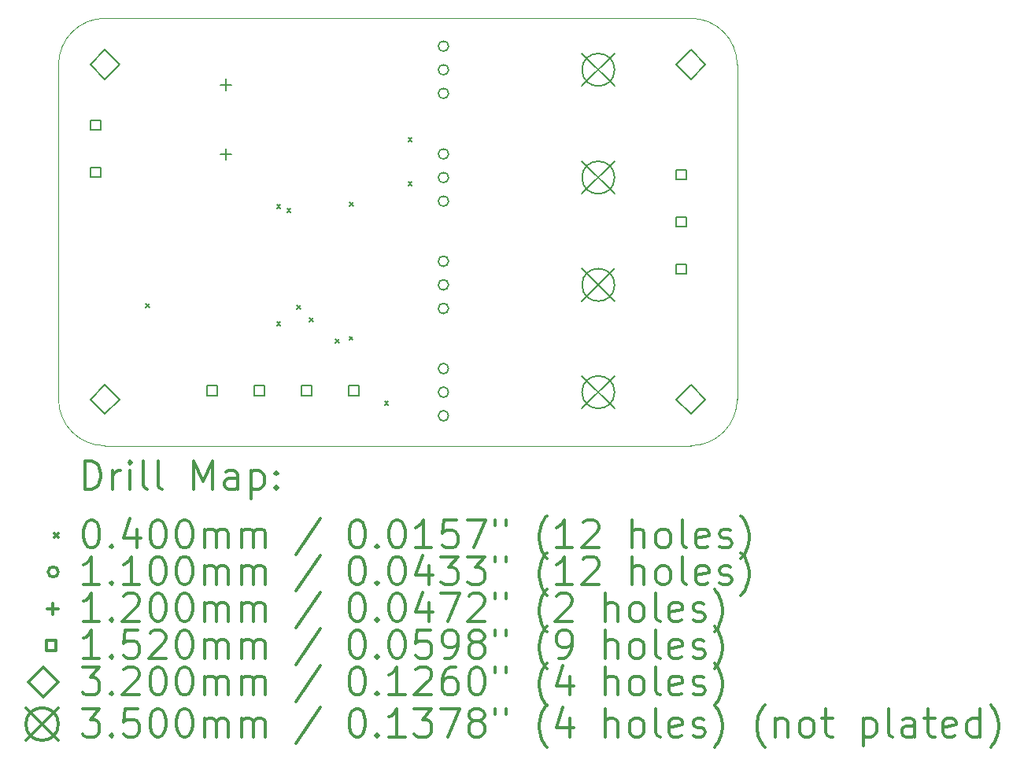
<source format=gbr>
%FSLAX45Y45*%
G04 Gerber Fmt 4.5, Leading zero omitted, Abs format (unit mm)*
G04 Created by KiCad (PCBNEW 5.1.10) date 2021-08-15 22:17:44*
%MOMM*%
%LPD*%
G01*
G04 APERTURE LIST*
%TA.AperFunction,Profile*%
%ADD10C,0.050000*%
%TD*%
%ADD11C,0.200000*%
%ADD12C,0.300000*%
G04 APERTURE END LIST*
D10*
X11482800Y-3461000D02*
X11482800Y-3411000D01*
X11482800Y-7011000D02*
X11482800Y-3461000D01*
X11982800Y-7511000D02*
X18282800Y-7511000D01*
X18282800Y-2911000D02*
X11982800Y-2911000D01*
X18782800Y-3411000D02*
X18782800Y-7011000D01*
X11982800Y-7511000D02*
G75*
G02*
X11482800Y-7011000I0J500000D01*
G01*
X11482800Y-3411000D02*
G75*
G02*
X11982800Y-2911000I500000J0D01*
G01*
X18282800Y-2911000D02*
G75*
G02*
X18782800Y-3411000I0J-500000D01*
G01*
X18782800Y-7011000D02*
G75*
G02*
X18282800Y-7511000I-500000J0D01*
G01*
D11*
X12420000Y-5985000D02*
X12460000Y-6025000D01*
X12460000Y-5985000D02*
X12420000Y-6025000D01*
X13831225Y-4918725D02*
X13871225Y-4958725D01*
X13871225Y-4918725D02*
X13831225Y-4958725D01*
X13831225Y-6180775D02*
X13871225Y-6220775D01*
X13871225Y-6180775D02*
X13831225Y-6220775D01*
X13940000Y-4961000D02*
X13980000Y-5001000D01*
X13980000Y-4961000D02*
X13940000Y-5001000D01*
X14047500Y-5997500D02*
X14087500Y-6037500D01*
X14087500Y-5997500D02*
X14047500Y-6037500D01*
X14178740Y-6133740D02*
X14218740Y-6173740D01*
X14218740Y-6133740D02*
X14178740Y-6173740D01*
X14462396Y-6362396D02*
X14502396Y-6402396D01*
X14502396Y-6362396D02*
X14462396Y-6402396D01*
X14609665Y-6335335D02*
X14649665Y-6375335D01*
X14649665Y-6335335D02*
X14609665Y-6375335D01*
X14612500Y-4888500D02*
X14652500Y-4928500D01*
X14652500Y-4888500D02*
X14612500Y-4928500D01*
X14990000Y-7035000D02*
X15030000Y-7075000D01*
X15030000Y-7035000D02*
X14990000Y-7075000D01*
X15245000Y-4195000D02*
X15285000Y-4235000D01*
X15285000Y-4195000D02*
X15245000Y-4235000D01*
X15245000Y-4668500D02*
X15285000Y-4708500D01*
X15285000Y-4668500D02*
X15245000Y-4708500D01*
X15677800Y-3211000D02*
G75*
G03*
X15677800Y-3211000I-55000J0D01*
G01*
X15677800Y-3465000D02*
G75*
G03*
X15677800Y-3465000I-55000J0D01*
G01*
X15677800Y-3719000D02*
G75*
G03*
X15677800Y-3719000I-55000J0D01*
G01*
X15677800Y-4371000D02*
G75*
G03*
X15677800Y-4371000I-55000J0D01*
G01*
X15677800Y-4625000D02*
G75*
G03*
X15677800Y-4625000I-55000J0D01*
G01*
X15677800Y-4879000D02*
G75*
G03*
X15677800Y-4879000I-55000J0D01*
G01*
X15677800Y-5526000D02*
G75*
G03*
X15677800Y-5526000I-55000J0D01*
G01*
X15677800Y-5780000D02*
G75*
G03*
X15677800Y-5780000I-55000J0D01*
G01*
X15677800Y-6034000D02*
G75*
G03*
X15677800Y-6034000I-55000J0D01*
G01*
X15677800Y-6681000D02*
G75*
G03*
X15677800Y-6681000I-55000J0D01*
G01*
X15677800Y-6935000D02*
G75*
G03*
X15677800Y-6935000I-55000J0D01*
G01*
X15677800Y-7189000D02*
G75*
G03*
X15677800Y-7189000I-55000J0D01*
G01*
X13282800Y-3565000D02*
X13282800Y-3685000D01*
X13222800Y-3625000D02*
X13342800Y-3625000D01*
X13282800Y-4315000D02*
X13282800Y-4435000D01*
X13222800Y-4375000D02*
X13342800Y-4375000D01*
X11936541Y-4114741D02*
X11936541Y-4007259D01*
X11829059Y-4007259D01*
X11829059Y-4114741D01*
X11936541Y-4114741D01*
X11936541Y-4622741D02*
X11936541Y-4515259D01*
X11829059Y-4515259D01*
X11829059Y-4622741D01*
X11936541Y-4622741D01*
X13185741Y-6973741D02*
X13185741Y-6866259D01*
X13078259Y-6866259D01*
X13078259Y-6973741D01*
X13185741Y-6973741D01*
X13693741Y-6973741D02*
X13693741Y-6866259D01*
X13586259Y-6866259D01*
X13586259Y-6973741D01*
X13693741Y-6973741D01*
X14201741Y-6973741D02*
X14201741Y-6866259D01*
X14094259Y-6866259D01*
X14094259Y-6973741D01*
X14201741Y-6973741D01*
X14709741Y-6973741D02*
X14709741Y-6866259D01*
X14602259Y-6866259D01*
X14602259Y-6973741D01*
X14709741Y-6973741D01*
X18236541Y-4648741D02*
X18236541Y-4541259D01*
X18129059Y-4541259D01*
X18129059Y-4648741D01*
X18236541Y-4648741D01*
X18236541Y-5156741D02*
X18236541Y-5049259D01*
X18129059Y-5049259D01*
X18129059Y-5156741D01*
X18236541Y-5156741D01*
X18236541Y-5664741D02*
X18236541Y-5557259D01*
X18129059Y-5557259D01*
X18129059Y-5664741D01*
X18236541Y-5664741D01*
X11982800Y-3571000D02*
X12142800Y-3411000D01*
X11982800Y-3251000D01*
X11822800Y-3411000D01*
X11982800Y-3571000D01*
X11982800Y-7171000D02*
X12142800Y-7011000D01*
X11982800Y-6851000D01*
X11822800Y-7011000D01*
X11982800Y-7171000D01*
X18282800Y-3571000D02*
X18442800Y-3411000D01*
X18282800Y-3251000D01*
X18122800Y-3411000D01*
X18282800Y-3571000D01*
X18282800Y-7171000D02*
X18442800Y-7011000D01*
X18282800Y-6851000D01*
X18122800Y-7011000D01*
X18282800Y-7171000D01*
X17113800Y-3290000D02*
X17463800Y-3640000D01*
X17463800Y-3290000D02*
X17113800Y-3640000D01*
X17463800Y-3465000D02*
G75*
G03*
X17463800Y-3465000I-175000J0D01*
G01*
X17113800Y-4450000D02*
X17463800Y-4800000D01*
X17463800Y-4450000D02*
X17113800Y-4800000D01*
X17463800Y-4625000D02*
G75*
G03*
X17463800Y-4625000I-175000J0D01*
G01*
X17113800Y-5605000D02*
X17463800Y-5955000D01*
X17463800Y-5605000D02*
X17113800Y-5955000D01*
X17463800Y-5780000D02*
G75*
G03*
X17463800Y-5780000I-175000J0D01*
G01*
X17113800Y-6760000D02*
X17463800Y-7110000D01*
X17463800Y-6760000D02*
X17113800Y-7110000D01*
X17463800Y-6935000D02*
G75*
G03*
X17463800Y-6935000I-175000J0D01*
G01*
D12*
X11766728Y-7979214D02*
X11766728Y-7679214D01*
X11838157Y-7679214D01*
X11881014Y-7693500D01*
X11909586Y-7722071D01*
X11923871Y-7750643D01*
X11938157Y-7807786D01*
X11938157Y-7850643D01*
X11923871Y-7907786D01*
X11909586Y-7936357D01*
X11881014Y-7964929D01*
X11838157Y-7979214D01*
X11766728Y-7979214D01*
X12066728Y-7979214D02*
X12066728Y-7779214D01*
X12066728Y-7836357D02*
X12081014Y-7807786D01*
X12095300Y-7793500D01*
X12123871Y-7779214D01*
X12152443Y-7779214D01*
X12252443Y-7979214D02*
X12252443Y-7779214D01*
X12252443Y-7679214D02*
X12238157Y-7693500D01*
X12252443Y-7707786D01*
X12266728Y-7693500D01*
X12252443Y-7679214D01*
X12252443Y-7707786D01*
X12438157Y-7979214D02*
X12409586Y-7964929D01*
X12395300Y-7936357D01*
X12395300Y-7679214D01*
X12595300Y-7979214D02*
X12566728Y-7964929D01*
X12552443Y-7936357D01*
X12552443Y-7679214D01*
X12938157Y-7979214D02*
X12938157Y-7679214D01*
X13038157Y-7893500D01*
X13138157Y-7679214D01*
X13138157Y-7979214D01*
X13409586Y-7979214D02*
X13409586Y-7822071D01*
X13395300Y-7793500D01*
X13366728Y-7779214D01*
X13309586Y-7779214D01*
X13281014Y-7793500D01*
X13409586Y-7964929D02*
X13381014Y-7979214D01*
X13309586Y-7979214D01*
X13281014Y-7964929D01*
X13266728Y-7936357D01*
X13266728Y-7907786D01*
X13281014Y-7879214D01*
X13309586Y-7864929D01*
X13381014Y-7864929D01*
X13409586Y-7850643D01*
X13552443Y-7779214D02*
X13552443Y-8079214D01*
X13552443Y-7793500D02*
X13581014Y-7779214D01*
X13638157Y-7779214D01*
X13666728Y-7793500D01*
X13681014Y-7807786D01*
X13695300Y-7836357D01*
X13695300Y-7922071D01*
X13681014Y-7950643D01*
X13666728Y-7964929D01*
X13638157Y-7979214D01*
X13581014Y-7979214D01*
X13552443Y-7964929D01*
X13823871Y-7950643D02*
X13838157Y-7964929D01*
X13823871Y-7979214D01*
X13809586Y-7964929D01*
X13823871Y-7950643D01*
X13823871Y-7979214D01*
X13823871Y-7793500D02*
X13838157Y-7807786D01*
X13823871Y-7822071D01*
X13809586Y-7807786D01*
X13823871Y-7793500D01*
X13823871Y-7822071D01*
X11440300Y-8453500D02*
X11480300Y-8493500D01*
X11480300Y-8453500D02*
X11440300Y-8493500D01*
X11823871Y-8309214D02*
X11852443Y-8309214D01*
X11881014Y-8323500D01*
X11895300Y-8337786D01*
X11909586Y-8366357D01*
X11923871Y-8423500D01*
X11923871Y-8494929D01*
X11909586Y-8552072D01*
X11895300Y-8580643D01*
X11881014Y-8594929D01*
X11852443Y-8609214D01*
X11823871Y-8609214D01*
X11795300Y-8594929D01*
X11781014Y-8580643D01*
X11766728Y-8552072D01*
X11752443Y-8494929D01*
X11752443Y-8423500D01*
X11766728Y-8366357D01*
X11781014Y-8337786D01*
X11795300Y-8323500D01*
X11823871Y-8309214D01*
X12052443Y-8580643D02*
X12066728Y-8594929D01*
X12052443Y-8609214D01*
X12038157Y-8594929D01*
X12052443Y-8580643D01*
X12052443Y-8609214D01*
X12323871Y-8409214D02*
X12323871Y-8609214D01*
X12252443Y-8294929D02*
X12181014Y-8509214D01*
X12366728Y-8509214D01*
X12538157Y-8309214D02*
X12566728Y-8309214D01*
X12595300Y-8323500D01*
X12609586Y-8337786D01*
X12623871Y-8366357D01*
X12638157Y-8423500D01*
X12638157Y-8494929D01*
X12623871Y-8552072D01*
X12609586Y-8580643D01*
X12595300Y-8594929D01*
X12566728Y-8609214D01*
X12538157Y-8609214D01*
X12509586Y-8594929D01*
X12495300Y-8580643D01*
X12481014Y-8552072D01*
X12466728Y-8494929D01*
X12466728Y-8423500D01*
X12481014Y-8366357D01*
X12495300Y-8337786D01*
X12509586Y-8323500D01*
X12538157Y-8309214D01*
X12823871Y-8309214D02*
X12852443Y-8309214D01*
X12881014Y-8323500D01*
X12895300Y-8337786D01*
X12909586Y-8366357D01*
X12923871Y-8423500D01*
X12923871Y-8494929D01*
X12909586Y-8552072D01*
X12895300Y-8580643D01*
X12881014Y-8594929D01*
X12852443Y-8609214D01*
X12823871Y-8609214D01*
X12795300Y-8594929D01*
X12781014Y-8580643D01*
X12766728Y-8552072D01*
X12752443Y-8494929D01*
X12752443Y-8423500D01*
X12766728Y-8366357D01*
X12781014Y-8337786D01*
X12795300Y-8323500D01*
X12823871Y-8309214D01*
X13052443Y-8609214D02*
X13052443Y-8409214D01*
X13052443Y-8437786D02*
X13066728Y-8423500D01*
X13095300Y-8409214D01*
X13138157Y-8409214D01*
X13166728Y-8423500D01*
X13181014Y-8452072D01*
X13181014Y-8609214D01*
X13181014Y-8452072D02*
X13195300Y-8423500D01*
X13223871Y-8409214D01*
X13266728Y-8409214D01*
X13295300Y-8423500D01*
X13309586Y-8452072D01*
X13309586Y-8609214D01*
X13452443Y-8609214D02*
X13452443Y-8409214D01*
X13452443Y-8437786D02*
X13466728Y-8423500D01*
X13495300Y-8409214D01*
X13538157Y-8409214D01*
X13566728Y-8423500D01*
X13581014Y-8452072D01*
X13581014Y-8609214D01*
X13581014Y-8452072D02*
X13595300Y-8423500D01*
X13623871Y-8409214D01*
X13666728Y-8409214D01*
X13695300Y-8423500D01*
X13709586Y-8452072D01*
X13709586Y-8609214D01*
X14295300Y-8294929D02*
X14038157Y-8680643D01*
X14681014Y-8309214D02*
X14709586Y-8309214D01*
X14738157Y-8323500D01*
X14752443Y-8337786D01*
X14766728Y-8366357D01*
X14781014Y-8423500D01*
X14781014Y-8494929D01*
X14766728Y-8552072D01*
X14752443Y-8580643D01*
X14738157Y-8594929D01*
X14709586Y-8609214D01*
X14681014Y-8609214D01*
X14652443Y-8594929D01*
X14638157Y-8580643D01*
X14623871Y-8552072D01*
X14609586Y-8494929D01*
X14609586Y-8423500D01*
X14623871Y-8366357D01*
X14638157Y-8337786D01*
X14652443Y-8323500D01*
X14681014Y-8309214D01*
X14909586Y-8580643D02*
X14923871Y-8594929D01*
X14909586Y-8609214D01*
X14895300Y-8594929D01*
X14909586Y-8580643D01*
X14909586Y-8609214D01*
X15109586Y-8309214D02*
X15138157Y-8309214D01*
X15166728Y-8323500D01*
X15181014Y-8337786D01*
X15195300Y-8366357D01*
X15209586Y-8423500D01*
X15209586Y-8494929D01*
X15195300Y-8552072D01*
X15181014Y-8580643D01*
X15166728Y-8594929D01*
X15138157Y-8609214D01*
X15109586Y-8609214D01*
X15081014Y-8594929D01*
X15066728Y-8580643D01*
X15052443Y-8552072D01*
X15038157Y-8494929D01*
X15038157Y-8423500D01*
X15052443Y-8366357D01*
X15066728Y-8337786D01*
X15081014Y-8323500D01*
X15109586Y-8309214D01*
X15495300Y-8609214D02*
X15323871Y-8609214D01*
X15409586Y-8609214D02*
X15409586Y-8309214D01*
X15381014Y-8352071D01*
X15352443Y-8380643D01*
X15323871Y-8394929D01*
X15766728Y-8309214D02*
X15623871Y-8309214D01*
X15609586Y-8452072D01*
X15623871Y-8437786D01*
X15652443Y-8423500D01*
X15723871Y-8423500D01*
X15752443Y-8437786D01*
X15766728Y-8452072D01*
X15781014Y-8480643D01*
X15781014Y-8552072D01*
X15766728Y-8580643D01*
X15752443Y-8594929D01*
X15723871Y-8609214D01*
X15652443Y-8609214D01*
X15623871Y-8594929D01*
X15609586Y-8580643D01*
X15881014Y-8309214D02*
X16081014Y-8309214D01*
X15952443Y-8609214D01*
X16181014Y-8309214D02*
X16181014Y-8366357D01*
X16295300Y-8309214D02*
X16295300Y-8366357D01*
X16738157Y-8723500D02*
X16723871Y-8709214D01*
X16695300Y-8666357D01*
X16681014Y-8637786D01*
X16666728Y-8594929D01*
X16652443Y-8523500D01*
X16652443Y-8466357D01*
X16666728Y-8394929D01*
X16681014Y-8352071D01*
X16695300Y-8323500D01*
X16723871Y-8280643D01*
X16738157Y-8266357D01*
X17009586Y-8609214D02*
X16838157Y-8609214D01*
X16923871Y-8609214D02*
X16923871Y-8309214D01*
X16895300Y-8352071D01*
X16866728Y-8380643D01*
X16838157Y-8394929D01*
X17123871Y-8337786D02*
X17138157Y-8323500D01*
X17166728Y-8309214D01*
X17238157Y-8309214D01*
X17266728Y-8323500D01*
X17281014Y-8337786D01*
X17295300Y-8366357D01*
X17295300Y-8394929D01*
X17281014Y-8437786D01*
X17109586Y-8609214D01*
X17295300Y-8609214D01*
X17652443Y-8609214D02*
X17652443Y-8309214D01*
X17781014Y-8609214D02*
X17781014Y-8452072D01*
X17766728Y-8423500D01*
X17738157Y-8409214D01*
X17695300Y-8409214D01*
X17666728Y-8423500D01*
X17652443Y-8437786D01*
X17966728Y-8609214D02*
X17938157Y-8594929D01*
X17923871Y-8580643D01*
X17909586Y-8552072D01*
X17909586Y-8466357D01*
X17923871Y-8437786D01*
X17938157Y-8423500D01*
X17966728Y-8409214D01*
X18009586Y-8409214D01*
X18038157Y-8423500D01*
X18052443Y-8437786D01*
X18066728Y-8466357D01*
X18066728Y-8552072D01*
X18052443Y-8580643D01*
X18038157Y-8594929D01*
X18009586Y-8609214D01*
X17966728Y-8609214D01*
X18238157Y-8609214D02*
X18209586Y-8594929D01*
X18195300Y-8566357D01*
X18195300Y-8309214D01*
X18466728Y-8594929D02*
X18438157Y-8609214D01*
X18381014Y-8609214D01*
X18352443Y-8594929D01*
X18338157Y-8566357D01*
X18338157Y-8452072D01*
X18352443Y-8423500D01*
X18381014Y-8409214D01*
X18438157Y-8409214D01*
X18466728Y-8423500D01*
X18481014Y-8452072D01*
X18481014Y-8480643D01*
X18338157Y-8509214D01*
X18595300Y-8594929D02*
X18623871Y-8609214D01*
X18681014Y-8609214D01*
X18709586Y-8594929D01*
X18723871Y-8566357D01*
X18723871Y-8552072D01*
X18709586Y-8523500D01*
X18681014Y-8509214D01*
X18638157Y-8509214D01*
X18609586Y-8494929D01*
X18595300Y-8466357D01*
X18595300Y-8452072D01*
X18609586Y-8423500D01*
X18638157Y-8409214D01*
X18681014Y-8409214D01*
X18709586Y-8423500D01*
X18823871Y-8723500D02*
X18838157Y-8709214D01*
X18866728Y-8666357D01*
X18881014Y-8637786D01*
X18895300Y-8594929D01*
X18909586Y-8523500D01*
X18909586Y-8466357D01*
X18895300Y-8394929D01*
X18881014Y-8352071D01*
X18866728Y-8323500D01*
X18838157Y-8280643D01*
X18823871Y-8266357D01*
X11480300Y-8869500D02*
G75*
G03*
X11480300Y-8869500I-55000J0D01*
G01*
X11923871Y-9005214D02*
X11752443Y-9005214D01*
X11838157Y-9005214D02*
X11838157Y-8705214D01*
X11809586Y-8748072D01*
X11781014Y-8776643D01*
X11752443Y-8790929D01*
X12052443Y-8976643D02*
X12066728Y-8990929D01*
X12052443Y-9005214D01*
X12038157Y-8990929D01*
X12052443Y-8976643D01*
X12052443Y-9005214D01*
X12352443Y-9005214D02*
X12181014Y-9005214D01*
X12266728Y-9005214D02*
X12266728Y-8705214D01*
X12238157Y-8748072D01*
X12209586Y-8776643D01*
X12181014Y-8790929D01*
X12538157Y-8705214D02*
X12566728Y-8705214D01*
X12595300Y-8719500D01*
X12609586Y-8733786D01*
X12623871Y-8762357D01*
X12638157Y-8819500D01*
X12638157Y-8890929D01*
X12623871Y-8948072D01*
X12609586Y-8976643D01*
X12595300Y-8990929D01*
X12566728Y-9005214D01*
X12538157Y-9005214D01*
X12509586Y-8990929D01*
X12495300Y-8976643D01*
X12481014Y-8948072D01*
X12466728Y-8890929D01*
X12466728Y-8819500D01*
X12481014Y-8762357D01*
X12495300Y-8733786D01*
X12509586Y-8719500D01*
X12538157Y-8705214D01*
X12823871Y-8705214D02*
X12852443Y-8705214D01*
X12881014Y-8719500D01*
X12895300Y-8733786D01*
X12909586Y-8762357D01*
X12923871Y-8819500D01*
X12923871Y-8890929D01*
X12909586Y-8948072D01*
X12895300Y-8976643D01*
X12881014Y-8990929D01*
X12852443Y-9005214D01*
X12823871Y-9005214D01*
X12795300Y-8990929D01*
X12781014Y-8976643D01*
X12766728Y-8948072D01*
X12752443Y-8890929D01*
X12752443Y-8819500D01*
X12766728Y-8762357D01*
X12781014Y-8733786D01*
X12795300Y-8719500D01*
X12823871Y-8705214D01*
X13052443Y-9005214D02*
X13052443Y-8805214D01*
X13052443Y-8833786D02*
X13066728Y-8819500D01*
X13095300Y-8805214D01*
X13138157Y-8805214D01*
X13166728Y-8819500D01*
X13181014Y-8848072D01*
X13181014Y-9005214D01*
X13181014Y-8848072D02*
X13195300Y-8819500D01*
X13223871Y-8805214D01*
X13266728Y-8805214D01*
X13295300Y-8819500D01*
X13309586Y-8848072D01*
X13309586Y-9005214D01*
X13452443Y-9005214D02*
X13452443Y-8805214D01*
X13452443Y-8833786D02*
X13466728Y-8819500D01*
X13495300Y-8805214D01*
X13538157Y-8805214D01*
X13566728Y-8819500D01*
X13581014Y-8848072D01*
X13581014Y-9005214D01*
X13581014Y-8848072D02*
X13595300Y-8819500D01*
X13623871Y-8805214D01*
X13666728Y-8805214D01*
X13695300Y-8819500D01*
X13709586Y-8848072D01*
X13709586Y-9005214D01*
X14295300Y-8690929D02*
X14038157Y-9076643D01*
X14681014Y-8705214D02*
X14709586Y-8705214D01*
X14738157Y-8719500D01*
X14752443Y-8733786D01*
X14766728Y-8762357D01*
X14781014Y-8819500D01*
X14781014Y-8890929D01*
X14766728Y-8948072D01*
X14752443Y-8976643D01*
X14738157Y-8990929D01*
X14709586Y-9005214D01*
X14681014Y-9005214D01*
X14652443Y-8990929D01*
X14638157Y-8976643D01*
X14623871Y-8948072D01*
X14609586Y-8890929D01*
X14609586Y-8819500D01*
X14623871Y-8762357D01*
X14638157Y-8733786D01*
X14652443Y-8719500D01*
X14681014Y-8705214D01*
X14909586Y-8976643D02*
X14923871Y-8990929D01*
X14909586Y-9005214D01*
X14895300Y-8990929D01*
X14909586Y-8976643D01*
X14909586Y-9005214D01*
X15109586Y-8705214D02*
X15138157Y-8705214D01*
X15166728Y-8719500D01*
X15181014Y-8733786D01*
X15195300Y-8762357D01*
X15209586Y-8819500D01*
X15209586Y-8890929D01*
X15195300Y-8948072D01*
X15181014Y-8976643D01*
X15166728Y-8990929D01*
X15138157Y-9005214D01*
X15109586Y-9005214D01*
X15081014Y-8990929D01*
X15066728Y-8976643D01*
X15052443Y-8948072D01*
X15038157Y-8890929D01*
X15038157Y-8819500D01*
X15052443Y-8762357D01*
X15066728Y-8733786D01*
X15081014Y-8719500D01*
X15109586Y-8705214D01*
X15466728Y-8805214D02*
X15466728Y-9005214D01*
X15395300Y-8690929D02*
X15323871Y-8905214D01*
X15509586Y-8905214D01*
X15595300Y-8705214D02*
X15781014Y-8705214D01*
X15681014Y-8819500D01*
X15723871Y-8819500D01*
X15752443Y-8833786D01*
X15766728Y-8848072D01*
X15781014Y-8876643D01*
X15781014Y-8948072D01*
X15766728Y-8976643D01*
X15752443Y-8990929D01*
X15723871Y-9005214D01*
X15638157Y-9005214D01*
X15609586Y-8990929D01*
X15595300Y-8976643D01*
X15881014Y-8705214D02*
X16066728Y-8705214D01*
X15966728Y-8819500D01*
X16009586Y-8819500D01*
X16038157Y-8833786D01*
X16052443Y-8848072D01*
X16066728Y-8876643D01*
X16066728Y-8948072D01*
X16052443Y-8976643D01*
X16038157Y-8990929D01*
X16009586Y-9005214D01*
X15923871Y-9005214D01*
X15895300Y-8990929D01*
X15881014Y-8976643D01*
X16181014Y-8705214D02*
X16181014Y-8762357D01*
X16295300Y-8705214D02*
X16295300Y-8762357D01*
X16738157Y-9119500D02*
X16723871Y-9105214D01*
X16695300Y-9062357D01*
X16681014Y-9033786D01*
X16666728Y-8990929D01*
X16652443Y-8919500D01*
X16652443Y-8862357D01*
X16666728Y-8790929D01*
X16681014Y-8748072D01*
X16695300Y-8719500D01*
X16723871Y-8676643D01*
X16738157Y-8662357D01*
X17009586Y-9005214D02*
X16838157Y-9005214D01*
X16923871Y-9005214D02*
X16923871Y-8705214D01*
X16895300Y-8748072D01*
X16866728Y-8776643D01*
X16838157Y-8790929D01*
X17123871Y-8733786D02*
X17138157Y-8719500D01*
X17166728Y-8705214D01*
X17238157Y-8705214D01*
X17266728Y-8719500D01*
X17281014Y-8733786D01*
X17295300Y-8762357D01*
X17295300Y-8790929D01*
X17281014Y-8833786D01*
X17109586Y-9005214D01*
X17295300Y-9005214D01*
X17652443Y-9005214D02*
X17652443Y-8705214D01*
X17781014Y-9005214D02*
X17781014Y-8848072D01*
X17766728Y-8819500D01*
X17738157Y-8805214D01*
X17695300Y-8805214D01*
X17666728Y-8819500D01*
X17652443Y-8833786D01*
X17966728Y-9005214D02*
X17938157Y-8990929D01*
X17923871Y-8976643D01*
X17909586Y-8948072D01*
X17909586Y-8862357D01*
X17923871Y-8833786D01*
X17938157Y-8819500D01*
X17966728Y-8805214D01*
X18009586Y-8805214D01*
X18038157Y-8819500D01*
X18052443Y-8833786D01*
X18066728Y-8862357D01*
X18066728Y-8948072D01*
X18052443Y-8976643D01*
X18038157Y-8990929D01*
X18009586Y-9005214D01*
X17966728Y-9005214D01*
X18238157Y-9005214D02*
X18209586Y-8990929D01*
X18195300Y-8962357D01*
X18195300Y-8705214D01*
X18466728Y-8990929D02*
X18438157Y-9005214D01*
X18381014Y-9005214D01*
X18352443Y-8990929D01*
X18338157Y-8962357D01*
X18338157Y-8848072D01*
X18352443Y-8819500D01*
X18381014Y-8805214D01*
X18438157Y-8805214D01*
X18466728Y-8819500D01*
X18481014Y-8848072D01*
X18481014Y-8876643D01*
X18338157Y-8905214D01*
X18595300Y-8990929D02*
X18623871Y-9005214D01*
X18681014Y-9005214D01*
X18709586Y-8990929D01*
X18723871Y-8962357D01*
X18723871Y-8948072D01*
X18709586Y-8919500D01*
X18681014Y-8905214D01*
X18638157Y-8905214D01*
X18609586Y-8890929D01*
X18595300Y-8862357D01*
X18595300Y-8848072D01*
X18609586Y-8819500D01*
X18638157Y-8805214D01*
X18681014Y-8805214D01*
X18709586Y-8819500D01*
X18823871Y-9119500D02*
X18838157Y-9105214D01*
X18866728Y-9062357D01*
X18881014Y-9033786D01*
X18895300Y-8990929D01*
X18909586Y-8919500D01*
X18909586Y-8862357D01*
X18895300Y-8790929D01*
X18881014Y-8748072D01*
X18866728Y-8719500D01*
X18838157Y-8676643D01*
X18823871Y-8662357D01*
X11420300Y-9205500D02*
X11420300Y-9325500D01*
X11360300Y-9265500D02*
X11480300Y-9265500D01*
X11923871Y-9401214D02*
X11752443Y-9401214D01*
X11838157Y-9401214D02*
X11838157Y-9101214D01*
X11809586Y-9144072D01*
X11781014Y-9172643D01*
X11752443Y-9186929D01*
X12052443Y-9372643D02*
X12066728Y-9386929D01*
X12052443Y-9401214D01*
X12038157Y-9386929D01*
X12052443Y-9372643D01*
X12052443Y-9401214D01*
X12181014Y-9129786D02*
X12195300Y-9115500D01*
X12223871Y-9101214D01*
X12295300Y-9101214D01*
X12323871Y-9115500D01*
X12338157Y-9129786D01*
X12352443Y-9158357D01*
X12352443Y-9186929D01*
X12338157Y-9229786D01*
X12166728Y-9401214D01*
X12352443Y-9401214D01*
X12538157Y-9101214D02*
X12566728Y-9101214D01*
X12595300Y-9115500D01*
X12609586Y-9129786D01*
X12623871Y-9158357D01*
X12638157Y-9215500D01*
X12638157Y-9286929D01*
X12623871Y-9344072D01*
X12609586Y-9372643D01*
X12595300Y-9386929D01*
X12566728Y-9401214D01*
X12538157Y-9401214D01*
X12509586Y-9386929D01*
X12495300Y-9372643D01*
X12481014Y-9344072D01*
X12466728Y-9286929D01*
X12466728Y-9215500D01*
X12481014Y-9158357D01*
X12495300Y-9129786D01*
X12509586Y-9115500D01*
X12538157Y-9101214D01*
X12823871Y-9101214D02*
X12852443Y-9101214D01*
X12881014Y-9115500D01*
X12895300Y-9129786D01*
X12909586Y-9158357D01*
X12923871Y-9215500D01*
X12923871Y-9286929D01*
X12909586Y-9344072D01*
X12895300Y-9372643D01*
X12881014Y-9386929D01*
X12852443Y-9401214D01*
X12823871Y-9401214D01*
X12795300Y-9386929D01*
X12781014Y-9372643D01*
X12766728Y-9344072D01*
X12752443Y-9286929D01*
X12752443Y-9215500D01*
X12766728Y-9158357D01*
X12781014Y-9129786D01*
X12795300Y-9115500D01*
X12823871Y-9101214D01*
X13052443Y-9401214D02*
X13052443Y-9201214D01*
X13052443Y-9229786D02*
X13066728Y-9215500D01*
X13095300Y-9201214D01*
X13138157Y-9201214D01*
X13166728Y-9215500D01*
X13181014Y-9244072D01*
X13181014Y-9401214D01*
X13181014Y-9244072D02*
X13195300Y-9215500D01*
X13223871Y-9201214D01*
X13266728Y-9201214D01*
X13295300Y-9215500D01*
X13309586Y-9244072D01*
X13309586Y-9401214D01*
X13452443Y-9401214D02*
X13452443Y-9201214D01*
X13452443Y-9229786D02*
X13466728Y-9215500D01*
X13495300Y-9201214D01*
X13538157Y-9201214D01*
X13566728Y-9215500D01*
X13581014Y-9244072D01*
X13581014Y-9401214D01*
X13581014Y-9244072D02*
X13595300Y-9215500D01*
X13623871Y-9201214D01*
X13666728Y-9201214D01*
X13695300Y-9215500D01*
X13709586Y-9244072D01*
X13709586Y-9401214D01*
X14295300Y-9086929D02*
X14038157Y-9472643D01*
X14681014Y-9101214D02*
X14709586Y-9101214D01*
X14738157Y-9115500D01*
X14752443Y-9129786D01*
X14766728Y-9158357D01*
X14781014Y-9215500D01*
X14781014Y-9286929D01*
X14766728Y-9344072D01*
X14752443Y-9372643D01*
X14738157Y-9386929D01*
X14709586Y-9401214D01*
X14681014Y-9401214D01*
X14652443Y-9386929D01*
X14638157Y-9372643D01*
X14623871Y-9344072D01*
X14609586Y-9286929D01*
X14609586Y-9215500D01*
X14623871Y-9158357D01*
X14638157Y-9129786D01*
X14652443Y-9115500D01*
X14681014Y-9101214D01*
X14909586Y-9372643D02*
X14923871Y-9386929D01*
X14909586Y-9401214D01*
X14895300Y-9386929D01*
X14909586Y-9372643D01*
X14909586Y-9401214D01*
X15109586Y-9101214D02*
X15138157Y-9101214D01*
X15166728Y-9115500D01*
X15181014Y-9129786D01*
X15195300Y-9158357D01*
X15209586Y-9215500D01*
X15209586Y-9286929D01*
X15195300Y-9344072D01*
X15181014Y-9372643D01*
X15166728Y-9386929D01*
X15138157Y-9401214D01*
X15109586Y-9401214D01*
X15081014Y-9386929D01*
X15066728Y-9372643D01*
X15052443Y-9344072D01*
X15038157Y-9286929D01*
X15038157Y-9215500D01*
X15052443Y-9158357D01*
X15066728Y-9129786D01*
X15081014Y-9115500D01*
X15109586Y-9101214D01*
X15466728Y-9201214D02*
X15466728Y-9401214D01*
X15395300Y-9086929D02*
X15323871Y-9301214D01*
X15509586Y-9301214D01*
X15595300Y-9101214D02*
X15795300Y-9101214D01*
X15666728Y-9401214D01*
X15895300Y-9129786D02*
X15909586Y-9115500D01*
X15938157Y-9101214D01*
X16009586Y-9101214D01*
X16038157Y-9115500D01*
X16052443Y-9129786D01*
X16066728Y-9158357D01*
X16066728Y-9186929D01*
X16052443Y-9229786D01*
X15881014Y-9401214D01*
X16066728Y-9401214D01*
X16181014Y-9101214D02*
X16181014Y-9158357D01*
X16295300Y-9101214D02*
X16295300Y-9158357D01*
X16738157Y-9515500D02*
X16723871Y-9501214D01*
X16695300Y-9458357D01*
X16681014Y-9429786D01*
X16666728Y-9386929D01*
X16652443Y-9315500D01*
X16652443Y-9258357D01*
X16666728Y-9186929D01*
X16681014Y-9144072D01*
X16695300Y-9115500D01*
X16723871Y-9072643D01*
X16738157Y-9058357D01*
X16838157Y-9129786D02*
X16852443Y-9115500D01*
X16881014Y-9101214D01*
X16952443Y-9101214D01*
X16981014Y-9115500D01*
X16995300Y-9129786D01*
X17009586Y-9158357D01*
X17009586Y-9186929D01*
X16995300Y-9229786D01*
X16823871Y-9401214D01*
X17009586Y-9401214D01*
X17366728Y-9401214D02*
X17366728Y-9101214D01*
X17495300Y-9401214D02*
X17495300Y-9244072D01*
X17481014Y-9215500D01*
X17452443Y-9201214D01*
X17409586Y-9201214D01*
X17381014Y-9215500D01*
X17366728Y-9229786D01*
X17681014Y-9401214D02*
X17652443Y-9386929D01*
X17638157Y-9372643D01*
X17623871Y-9344072D01*
X17623871Y-9258357D01*
X17638157Y-9229786D01*
X17652443Y-9215500D01*
X17681014Y-9201214D01*
X17723871Y-9201214D01*
X17752443Y-9215500D01*
X17766728Y-9229786D01*
X17781014Y-9258357D01*
X17781014Y-9344072D01*
X17766728Y-9372643D01*
X17752443Y-9386929D01*
X17723871Y-9401214D01*
X17681014Y-9401214D01*
X17952443Y-9401214D02*
X17923871Y-9386929D01*
X17909586Y-9358357D01*
X17909586Y-9101214D01*
X18181014Y-9386929D02*
X18152443Y-9401214D01*
X18095300Y-9401214D01*
X18066728Y-9386929D01*
X18052443Y-9358357D01*
X18052443Y-9244072D01*
X18066728Y-9215500D01*
X18095300Y-9201214D01*
X18152443Y-9201214D01*
X18181014Y-9215500D01*
X18195300Y-9244072D01*
X18195300Y-9272643D01*
X18052443Y-9301214D01*
X18309586Y-9386929D02*
X18338157Y-9401214D01*
X18395300Y-9401214D01*
X18423871Y-9386929D01*
X18438157Y-9358357D01*
X18438157Y-9344072D01*
X18423871Y-9315500D01*
X18395300Y-9301214D01*
X18352443Y-9301214D01*
X18323871Y-9286929D01*
X18309586Y-9258357D01*
X18309586Y-9244072D01*
X18323871Y-9215500D01*
X18352443Y-9201214D01*
X18395300Y-9201214D01*
X18423871Y-9215500D01*
X18538157Y-9515500D02*
X18552443Y-9501214D01*
X18581014Y-9458357D01*
X18595300Y-9429786D01*
X18609586Y-9386929D01*
X18623871Y-9315500D01*
X18623871Y-9258357D01*
X18609586Y-9186929D01*
X18595300Y-9144072D01*
X18581014Y-9115500D01*
X18552443Y-9072643D01*
X18538157Y-9058357D01*
X11458040Y-9715241D02*
X11458040Y-9607760D01*
X11350559Y-9607760D01*
X11350559Y-9715241D01*
X11458040Y-9715241D01*
X11923871Y-9797214D02*
X11752443Y-9797214D01*
X11838157Y-9797214D02*
X11838157Y-9497214D01*
X11809586Y-9540072D01*
X11781014Y-9568643D01*
X11752443Y-9582929D01*
X12052443Y-9768643D02*
X12066728Y-9782929D01*
X12052443Y-9797214D01*
X12038157Y-9782929D01*
X12052443Y-9768643D01*
X12052443Y-9797214D01*
X12338157Y-9497214D02*
X12195300Y-9497214D01*
X12181014Y-9640072D01*
X12195300Y-9625786D01*
X12223871Y-9611500D01*
X12295300Y-9611500D01*
X12323871Y-9625786D01*
X12338157Y-9640072D01*
X12352443Y-9668643D01*
X12352443Y-9740072D01*
X12338157Y-9768643D01*
X12323871Y-9782929D01*
X12295300Y-9797214D01*
X12223871Y-9797214D01*
X12195300Y-9782929D01*
X12181014Y-9768643D01*
X12466728Y-9525786D02*
X12481014Y-9511500D01*
X12509586Y-9497214D01*
X12581014Y-9497214D01*
X12609586Y-9511500D01*
X12623871Y-9525786D01*
X12638157Y-9554357D01*
X12638157Y-9582929D01*
X12623871Y-9625786D01*
X12452443Y-9797214D01*
X12638157Y-9797214D01*
X12823871Y-9497214D02*
X12852443Y-9497214D01*
X12881014Y-9511500D01*
X12895300Y-9525786D01*
X12909586Y-9554357D01*
X12923871Y-9611500D01*
X12923871Y-9682929D01*
X12909586Y-9740072D01*
X12895300Y-9768643D01*
X12881014Y-9782929D01*
X12852443Y-9797214D01*
X12823871Y-9797214D01*
X12795300Y-9782929D01*
X12781014Y-9768643D01*
X12766728Y-9740072D01*
X12752443Y-9682929D01*
X12752443Y-9611500D01*
X12766728Y-9554357D01*
X12781014Y-9525786D01*
X12795300Y-9511500D01*
X12823871Y-9497214D01*
X13052443Y-9797214D02*
X13052443Y-9597214D01*
X13052443Y-9625786D02*
X13066728Y-9611500D01*
X13095300Y-9597214D01*
X13138157Y-9597214D01*
X13166728Y-9611500D01*
X13181014Y-9640072D01*
X13181014Y-9797214D01*
X13181014Y-9640072D02*
X13195300Y-9611500D01*
X13223871Y-9597214D01*
X13266728Y-9597214D01*
X13295300Y-9611500D01*
X13309586Y-9640072D01*
X13309586Y-9797214D01*
X13452443Y-9797214D02*
X13452443Y-9597214D01*
X13452443Y-9625786D02*
X13466728Y-9611500D01*
X13495300Y-9597214D01*
X13538157Y-9597214D01*
X13566728Y-9611500D01*
X13581014Y-9640072D01*
X13581014Y-9797214D01*
X13581014Y-9640072D02*
X13595300Y-9611500D01*
X13623871Y-9597214D01*
X13666728Y-9597214D01*
X13695300Y-9611500D01*
X13709586Y-9640072D01*
X13709586Y-9797214D01*
X14295300Y-9482929D02*
X14038157Y-9868643D01*
X14681014Y-9497214D02*
X14709586Y-9497214D01*
X14738157Y-9511500D01*
X14752443Y-9525786D01*
X14766728Y-9554357D01*
X14781014Y-9611500D01*
X14781014Y-9682929D01*
X14766728Y-9740072D01*
X14752443Y-9768643D01*
X14738157Y-9782929D01*
X14709586Y-9797214D01*
X14681014Y-9797214D01*
X14652443Y-9782929D01*
X14638157Y-9768643D01*
X14623871Y-9740072D01*
X14609586Y-9682929D01*
X14609586Y-9611500D01*
X14623871Y-9554357D01*
X14638157Y-9525786D01*
X14652443Y-9511500D01*
X14681014Y-9497214D01*
X14909586Y-9768643D02*
X14923871Y-9782929D01*
X14909586Y-9797214D01*
X14895300Y-9782929D01*
X14909586Y-9768643D01*
X14909586Y-9797214D01*
X15109586Y-9497214D02*
X15138157Y-9497214D01*
X15166728Y-9511500D01*
X15181014Y-9525786D01*
X15195300Y-9554357D01*
X15209586Y-9611500D01*
X15209586Y-9682929D01*
X15195300Y-9740072D01*
X15181014Y-9768643D01*
X15166728Y-9782929D01*
X15138157Y-9797214D01*
X15109586Y-9797214D01*
X15081014Y-9782929D01*
X15066728Y-9768643D01*
X15052443Y-9740072D01*
X15038157Y-9682929D01*
X15038157Y-9611500D01*
X15052443Y-9554357D01*
X15066728Y-9525786D01*
X15081014Y-9511500D01*
X15109586Y-9497214D01*
X15481014Y-9497214D02*
X15338157Y-9497214D01*
X15323871Y-9640072D01*
X15338157Y-9625786D01*
X15366728Y-9611500D01*
X15438157Y-9611500D01*
X15466728Y-9625786D01*
X15481014Y-9640072D01*
X15495300Y-9668643D01*
X15495300Y-9740072D01*
X15481014Y-9768643D01*
X15466728Y-9782929D01*
X15438157Y-9797214D01*
X15366728Y-9797214D01*
X15338157Y-9782929D01*
X15323871Y-9768643D01*
X15638157Y-9797214D02*
X15695300Y-9797214D01*
X15723871Y-9782929D01*
X15738157Y-9768643D01*
X15766728Y-9725786D01*
X15781014Y-9668643D01*
X15781014Y-9554357D01*
X15766728Y-9525786D01*
X15752443Y-9511500D01*
X15723871Y-9497214D01*
X15666728Y-9497214D01*
X15638157Y-9511500D01*
X15623871Y-9525786D01*
X15609586Y-9554357D01*
X15609586Y-9625786D01*
X15623871Y-9654357D01*
X15638157Y-9668643D01*
X15666728Y-9682929D01*
X15723871Y-9682929D01*
X15752443Y-9668643D01*
X15766728Y-9654357D01*
X15781014Y-9625786D01*
X15952443Y-9625786D02*
X15923871Y-9611500D01*
X15909586Y-9597214D01*
X15895300Y-9568643D01*
X15895300Y-9554357D01*
X15909586Y-9525786D01*
X15923871Y-9511500D01*
X15952443Y-9497214D01*
X16009586Y-9497214D01*
X16038157Y-9511500D01*
X16052443Y-9525786D01*
X16066728Y-9554357D01*
X16066728Y-9568643D01*
X16052443Y-9597214D01*
X16038157Y-9611500D01*
X16009586Y-9625786D01*
X15952443Y-9625786D01*
X15923871Y-9640072D01*
X15909586Y-9654357D01*
X15895300Y-9682929D01*
X15895300Y-9740072D01*
X15909586Y-9768643D01*
X15923871Y-9782929D01*
X15952443Y-9797214D01*
X16009586Y-9797214D01*
X16038157Y-9782929D01*
X16052443Y-9768643D01*
X16066728Y-9740072D01*
X16066728Y-9682929D01*
X16052443Y-9654357D01*
X16038157Y-9640072D01*
X16009586Y-9625786D01*
X16181014Y-9497214D02*
X16181014Y-9554357D01*
X16295300Y-9497214D02*
X16295300Y-9554357D01*
X16738157Y-9911500D02*
X16723871Y-9897214D01*
X16695300Y-9854357D01*
X16681014Y-9825786D01*
X16666728Y-9782929D01*
X16652443Y-9711500D01*
X16652443Y-9654357D01*
X16666728Y-9582929D01*
X16681014Y-9540072D01*
X16695300Y-9511500D01*
X16723871Y-9468643D01*
X16738157Y-9454357D01*
X16866728Y-9797214D02*
X16923871Y-9797214D01*
X16952443Y-9782929D01*
X16966728Y-9768643D01*
X16995300Y-9725786D01*
X17009586Y-9668643D01*
X17009586Y-9554357D01*
X16995300Y-9525786D01*
X16981014Y-9511500D01*
X16952443Y-9497214D01*
X16895300Y-9497214D01*
X16866728Y-9511500D01*
X16852443Y-9525786D01*
X16838157Y-9554357D01*
X16838157Y-9625786D01*
X16852443Y-9654357D01*
X16866728Y-9668643D01*
X16895300Y-9682929D01*
X16952443Y-9682929D01*
X16981014Y-9668643D01*
X16995300Y-9654357D01*
X17009586Y-9625786D01*
X17366728Y-9797214D02*
X17366728Y-9497214D01*
X17495300Y-9797214D02*
X17495300Y-9640072D01*
X17481014Y-9611500D01*
X17452443Y-9597214D01*
X17409586Y-9597214D01*
X17381014Y-9611500D01*
X17366728Y-9625786D01*
X17681014Y-9797214D02*
X17652443Y-9782929D01*
X17638157Y-9768643D01*
X17623871Y-9740072D01*
X17623871Y-9654357D01*
X17638157Y-9625786D01*
X17652443Y-9611500D01*
X17681014Y-9597214D01*
X17723871Y-9597214D01*
X17752443Y-9611500D01*
X17766728Y-9625786D01*
X17781014Y-9654357D01*
X17781014Y-9740072D01*
X17766728Y-9768643D01*
X17752443Y-9782929D01*
X17723871Y-9797214D01*
X17681014Y-9797214D01*
X17952443Y-9797214D02*
X17923871Y-9782929D01*
X17909586Y-9754357D01*
X17909586Y-9497214D01*
X18181014Y-9782929D02*
X18152443Y-9797214D01*
X18095300Y-9797214D01*
X18066728Y-9782929D01*
X18052443Y-9754357D01*
X18052443Y-9640072D01*
X18066728Y-9611500D01*
X18095300Y-9597214D01*
X18152443Y-9597214D01*
X18181014Y-9611500D01*
X18195300Y-9640072D01*
X18195300Y-9668643D01*
X18052443Y-9697214D01*
X18309586Y-9782929D02*
X18338157Y-9797214D01*
X18395300Y-9797214D01*
X18423871Y-9782929D01*
X18438157Y-9754357D01*
X18438157Y-9740072D01*
X18423871Y-9711500D01*
X18395300Y-9697214D01*
X18352443Y-9697214D01*
X18323871Y-9682929D01*
X18309586Y-9654357D01*
X18309586Y-9640072D01*
X18323871Y-9611500D01*
X18352443Y-9597214D01*
X18395300Y-9597214D01*
X18423871Y-9611500D01*
X18538157Y-9911500D02*
X18552443Y-9897214D01*
X18581014Y-9854357D01*
X18595300Y-9825786D01*
X18609586Y-9782929D01*
X18623871Y-9711500D01*
X18623871Y-9654357D01*
X18609586Y-9582929D01*
X18595300Y-9540072D01*
X18581014Y-9511500D01*
X18552443Y-9468643D01*
X18538157Y-9454357D01*
X11320300Y-10217500D02*
X11480300Y-10057500D01*
X11320300Y-9897500D01*
X11160300Y-10057500D01*
X11320300Y-10217500D01*
X11738157Y-9893214D02*
X11923871Y-9893214D01*
X11823871Y-10007500D01*
X11866728Y-10007500D01*
X11895300Y-10021786D01*
X11909586Y-10036072D01*
X11923871Y-10064643D01*
X11923871Y-10136072D01*
X11909586Y-10164643D01*
X11895300Y-10178929D01*
X11866728Y-10193214D01*
X11781014Y-10193214D01*
X11752443Y-10178929D01*
X11738157Y-10164643D01*
X12052443Y-10164643D02*
X12066728Y-10178929D01*
X12052443Y-10193214D01*
X12038157Y-10178929D01*
X12052443Y-10164643D01*
X12052443Y-10193214D01*
X12181014Y-9921786D02*
X12195300Y-9907500D01*
X12223871Y-9893214D01*
X12295300Y-9893214D01*
X12323871Y-9907500D01*
X12338157Y-9921786D01*
X12352443Y-9950357D01*
X12352443Y-9978929D01*
X12338157Y-10021786D01*
X12166728Y-10193214D01*
X12352443Y-10193214D01*
X12538157Y-9893214D02*
X12566728Y-9893214D01*
X12595300Y-9907500D01*
X12609586Y-9921786D01*
X12623871Y-9950357D01*
X12638157Y-10007500D01*
X12638157Y-10078929D01*
X12623871Y-10136072D01*
X12609586Y-10164643D01*
X12595300Y-10178929D01*
X12566728Y-10193214D01*
X12538157Y-10193214D01*
X12509586Y-10178929D01*
X12495300Y-10164643D01*
X12481014Y-10136072D01*
X12466728Y-10078929D01*
X12466728Y-10007500D01*
X12481014Y-9950357D01*
X12495300Y-9921786D01*
X12509586Y-9907500D01*
X12538157Y-9893214D01*
X12823871Y-9893214D02*
X12852443Y-9893214D01*
X12881014Y-9907500D01*
X12895300Y-9921786D01*
X12909586Y-9950357D01*
X12923871Y-10007500D01*
X12923871Y-10078929D01*
X12909586Y-10136072D01*
X12895300Y-10164643D01*
X12881014Y-10178929D01*
X12852443Y-10193214D01*
X12823871Y-10193214D01*
X12795300Y-10178929D01*
X12781014Y-10164643D01*
X12766728Y-10136072D01*
X12752443Y-10078929D01*
X12752443Y-10007500D01*
X12766728Y-9950357D01*
X12781014Y-9921786D01*
X12795300Y-9907500D01*
X12823871Y-9893214D01*
X13052443Y-10193214D02*
X13052443Y-9993214D01*
X13052443Y-10021786D02*
X13066728Y-10007500D01*
X13095300Y-9993214D01*
X13138157Y-9993214D01*
X13166728Y-10007500D01*
X13181014Y-10036072D01*
X13181014Y-10193214D01*
X13181014Y-10036072D02*
X13195300Y-10007500D01*
X13223871Y-9993214D01*
X13266728Y-9993214D01*
X13295300Y-10007500D01*
X13309586Y-10036072D01*
X13309586Y-10193214D01*
X13452443Y-10193214D02*
X13452443Y-9993214D01*
X13452443Y-10021786D02*
X13466728Y-10007500D01*
X13495300Y-9993214D01*
X13538157Y-9993214D01*
X13566728Y-10007500D01*
X13581014Y-10036072D01*
X13581014Y-10193214D01*
X13581014Y-10036072D02*
X13595300Y-10007500D01*
X13623871Y-9993214D01*
X13666728Y-9993214D01*
X13695300Y-10007500D01*
X13709586Y-10036072D01*
X13709586Y-10193214D01*
X14295300Y-9878929D02*
X14038157Y-10264643D01*
X14681014Y-9893214D02*
X14709586Y-9893214D01*
X14738157Y-9907500D01*
X14752443Y-9921786D01*
X14766728Y-9950357D01*
X14781014Y-10007500D01*
X14781014Y-10078929D01*
X14766728Y-10136072D01*
X14752443Y-10164643D01*
X14738157Y-10178929D01*
X14709586Y-10193214D01*
X14681014Y-10193214D01*
X14652443Y-10178929D01*
X14638157Y-10164643D01*
X14623871Y-10136072D01*
X14609586Y-10078929D01*
X14609586Y-10007500D01*
X14623871Y-9950357D01*
X14638157Y-9921786D01*
X14652443Y-9907500D01*
X14681014Y-9893214D01*
X14909586Y-10164643D02*
X14923871Y-10178929D01*
X14909586Y-10193214D01*
X14895300Y-10178929D01*
X14909586Y-10164643D01*
X14909586Y-10193214D01*
X15209586Y-10193214D02*
X15038157Y-10193214D01*
X15123871Y-10193214D02*
X15123871Y-9893214D01*
X15095300Y-9936072D01*
X15066728Y-9964643D01*
X15038157Y-9978929D01*
X15323871Y-9921786D02*
X15338157Y-9907500D01*
X15366728Y-9893214D01*
X15438157Y-9893214D01*
X15466728Y-9907500D01*
X15481014Y-9921786D01*
X15495300Y-9950357D01*
X15495300Y-9978929D01*
X15481014Y-10021786D01*
X15309586Y-10193214D01*
X15495300Y-10193214D01*
X15752443Y-9893214D02*
X15695300Y-9893214D01*
X15666728Y-9907500D01*
X15652443Y-9921786D01*
X15623871Y-9964643D01*
X15609586Y-10021786D01*
X15609586Y-10136072D01*
X15623871Y-10164643D01*
X15638157Y-10178929D01*
X15666728Y-10193214D01*
X15723871Y-10193214D01*
X15752443Y-10178929D01*
X15766728Y-10164643D01*
X15781014Y-10136072D01*
X15781014Y-10064643D01*
X15766728Y-10036072D01*
X15752443Y-10021786D01*
X15723871Y-10007500D01*
X15666728Y-10007500D01*
X15638157Y-10021786D01*
X15623871Y-10036072D01*
X15609586Y-10064643D01*
X15966728Y-9893214D02*
X15995300Y-9893214D01*
X16023871Y-9907500D01*
X16038157Y-9921786D01*
X16052443Y-9950357D01*
X16066728Y-10007500D01*
X16066728Y-10078929D01*
X16052443Y-10136072D01*
X16038157Y-10164643D01*
X16023871Y-10178929D01*
X15995300Y-10193214D01*
X15966728Y-10193214D01*
X15938157Y-10178929D01*
X15923871Y-10164643D01*
X15909586Y-10136072D01*
X15895300Y-10078929D01*
X15895300Y-10007500D01*
X15909586Y-9950357D01*
X15923871Y-9921786D01*
X15938157Y-9907500D01*
X15966728Y-9893214D01*
X16181014Y-9893214D02*
X16181014Y-9950357D01*
X16295300Y-9893214D02*
X16295300Y-9950357D01*
X16738157Y-10307500D02*
X16723871Y-10293214D01*
X16695300Y-10250357D01*
X16681014Y-10221786D01*
X16666728Y-10178929D01*
X16652443Y-10107500D01*
X16652443Y-10050357D01*
X16666728Y-9978929D01*
X16681014Y-9936072D01*
X16695300Y-9907500D01*
X16723871Y-9864643D01*
X16738157Y-9850357D01*
X16981014Y-9993214D02*
X16981014Y-10193214D01*
X16909586Y-9878929D02*
X16838157Y-10093214D01*
X17023871Y-10093214D01*
X17366728Y-10193214D02*
X17366728Y-9893214D01*
X17495300Y-10193214D02*
X17495300Y-10036072D01*
X17481014Y-10007500D01*
X17452443Y-9993214D01*
X17409586Y-9993214D01*
X17381014Y-10007500D01*
X17366728Y-10021786D01*
X17681014Y-10193214D02*
X17652443Y-10178929D01*
X17638157Y-10164643D01*
X17623871Y-10136072D01*
X17623871Y-10050357D01*
X17638157Y-10021786D01*
X17652443Y-10007500D01*
X17681014Y-9993214D01*
X17723871Y-9993214D01*
X17752443Y-10007500D01*
X17766728Y-10021786D01*
X17781014Y-10050357D01*
X17781014Y-10136072D01*
X17766728Y-10164643D01*
X17752443Y-10178929D01*
X17723871Y-10193214D01*
X17681014Y-10193214D01*
X17952443Y-10193214D02*
X17923871Y-10178929D01*
X17909586Y-10150357D01*
X17909586Y-9893214D01*
X18181014Y-10178929D02*
X18152443Y-10193214D01*
X18095300Y-10193214D01*
X18066728Y-10178929D01*
X18052443Y-10150357D01*
X18052443Y-10036072D01*
X18066728Y-10007500D01*
X18095300Y-9993214D01*
X18152443Y-9993214D01*
X18181014Y-10007500D01*
X18195300Y-10036072D01*
X18195300Y-10064643D01*
X18052443Y-10093214D01*
X18309586Y-10178929D02*
X18338157Y-10193214D01*
X18395300Y-10193214D01*
X18423871Y-10178929D01*
X18438157Y-10150357D01*
X18438157Y-10136072D01*
X18423871Y-10107500D01*
X18395300Y-10093214D01*
X18352443Y-10093214D01*
X18323871Y-10078929D01*
X18309586Y-10050357D01*
X18309586Y-10036072D01*
X18323871Y-10007500D01*
X18352443Y-9993214D01*
X18395300Y-9993214D01*
X18423871Y-10007500D01*
X18538157Y-10307500D02*
X18552443Y-10293214D01*
X18581014Y-10250357D01*
X18595300Y-10221786D01*
X18609586Y-10178929D01*
X18623871Y-10107500D01*
X18623871Y-10050357D01*
X18609586Y-9978929D01*
X18595300Y-9936072D01*
X18581014Y-9907500D01*
X18552443Y-9864643D01*
X18538157Y-9850357D01*
X11130300Y-10332500D02*
X11480300Y-10682500D01*
X11480300Y-10332500D02*
X11130300Y-10682500D01*
X11480300Y-10507500D02*
G75*
G03*
X11480300Y-10507500I-175000J0D01*
G01*
X11738157Y-10343214D02*
X11923871Y-10343214D01*
X11823871Y-10457500D01*
X11866728Y-10457500D01*
X11895300Y-10471786D01*
X11909586Y-10486072D01*
X11923871Y-10514643D01*
X11923871Y-10586072D01*
X11909586Y-10614643D01*
X11895300Y-10628929D01*
X11866728Y-10643214D01*
X11781014Y-10643214D01*
X11752443Y-10628929D01*
X11738157Y-10614643D01*
X12052443Y-10614643D02*
X12066728Y-10628929D01*
X12052443Y-10643214D01*
X12038157Y-10628929D01*
X12052443Y-10614643D01*
X12052443Y-10643214D01*
X12338157Y-10343214D02*
X12195300Y-10343214D01*
X12181014Y-10486072D01*
X12195300Y-10471786D01*
X12223871Y-10457500D01*
X12295300Y-10457500D01*
X12323871Y-10471786D01*
X12338157Y-10486072D01*
X12352443Y-10514643D01*
X12352443Y-10586072D01*
X12338157Y-10614643D01*
X12323871Y-10628929D01*
X12295300Y-10643214D01*
X12223871Y-10643214D01*
X12195300Y-10628929D01*
X12181014Y-10614643D01*
X12538157Y-10343214D02*
X12566728Y-10343214D01*
X12595300Y-10357500D01*
X12609586Y-10371786D01*
X12623871Y-10400357D01*
X12638157Y-10457500D01*
X12638157Y-10528929D01*
X12623871Y-10586072D01*
X12609586Y-10614643D01*
X12595300Y-10628929D01*
X12566728Y-10643214D01*
X12538157Y-10643214D01*
X12509586Y-10628929D01*
X12495300Y-10614643D01*
X12481014Y-10586072D01*
X12466728Y-10528929D01*
X12466728Y-10457500D01*
X12481014Y-10400357D01*
X12495300Y-10371786D01*
X12509586Y-10357500D01*
X12538157Y-10343214D01*
X12823871Y-10343214D02*
X12852443Y-10343214D01*
X12881014Y-10357500D01*
X12895300Y-10371786D01*
X12909586Y-10400357D01*
X12923871Y-10457500D01*
X12923871Y-10528929D01*
X12909586Y-10586072D01*
X12895300Y-10614643D01*
X12881014Y-10628929D01*
X12852443Y-10643214D01*
X12823871Y-10643214D01*
X12795300Y-10628929D01*
X12781014Y-10614643D01*
X12766728Y-10586072D01*
X12752443Y-10528929D01*
X12752443Y-10457500D01*
X12766728Y-10400357D01*
X12781014Y-10371786D01*
X12795300Y-10357500D01*
X12823871Y-10343214D01*
X13052443Y-10643214D02*
X13052443Y-10443214D01*
X13052443Y-10471786D02*
X13066728Y-10457500D01*
X13095300Y-10443214D01*
X13138157Y-10443214D01*
X13166728Y-10457500D01*
X13181014Y-10486072D01*
X13181014Y-10643214D01*
X13181014Y-10486072D02*
X13195300Y-10457500D01*
X13223871Y-10443214D01*
X13266728Y-10443214D01*
X13295300Y-10457500D01*
X13309586Y-10486072D01*
X13309586Y-10643214D01*
X13452443Y-10643214D02*
X13452443Y-10443214D01*
X13452443Y-10471786D02*
X13466728Y-10457500D01*
X13495300Y-10443214D01*
X13538157Y-10443214D01*
X13566728Y-10457500D01*
X13581014Y-10486072D01*
X13581014Y-10643214D01*
X13581014Y-10486072D02*
X13595300Y-10457500D01*
X13623871Y-10443214D01*
X13666728Y-10443214D01*
X13695300Y-10457500D01*
X13709586Y-10486072D01*
X13709586Y-10643214D01*
X14295300Y-10328929D02*
X14038157Y-10714643D01*
X14681014Y-10343214D02*
X14709586Y-10343214D01*
X14738157Y-10357500D01*
X14752443Y-10371786D01*
X14766728Y-10400357D01*
X14781014Y-10457500D01*
X14781014Y-10528929D01*
X14766728Y-10586072D01*
X14752443Y-10614643D01*
X14738157Y-10628929D01*
X14709586Y-10643214D01*
X14681014Y-10643214D01*
X14652443Y-10628929D01*
X14638157Y-10614643D01*
X14623871Y-10586072D01*
X14609586Y-10528929D01*
X14609586Y-10457500D01*
X14623871Y-10400357D01*
X14638157Y-10371786D01*
X14652443Y-10357500D01*
X14681014Y-10343214D01*
X14909586Y-10614643D02*
X14923871Y-10628929D01*
X14909586Y-10643214D01*
X14895300Y-10628929D01*
X14909586Y-10614643D01*
X14909586Y-10643214D01*
X15209586Y-10643214D02*
X15038157Y-10643214D01*
X15123871Y-10643214D02*
X15123871Y-10343214D01*
X15095300Y-10386072D01*
X15066728Y-10414643D01*
X15038157Y-10428929D01*
X15309586Y-10343214D02*
X15495300Y-10343214D01*
X15395300Y-10457500D01*
X15438157Y-10457500D01*
X15466728Y-10471786D01*
X15481014Y-10486072D01*
X15495300Y-10514643D01*
X15495300Y-10586072D01*
X15481014Y-10614643D01*
X15466728Y-10628929D01*
X15438157Y-10643214D01*
X15352443Y-10643214D01*
X15323871Y-10628929D01*
X15309586Y-10614643D01*
X15595300Y-10343214D02*
X15795300Y-10343214D01*
X15666728Y-10643214D01*
X15952443Y-10471786D02*
X15923871Y-10457500D01*
X15909586Y-10443214D01*
X15895300Y-10414643D01*
X15895300Y-10400357D01*
X15909586Y-10371786D01*
X15923871Y-10357500D01*
X15952443Y-10343214D01*
X16009586Y-10343214D01*
X16038157Y-10357500D01*
X16052443Y-10371786D01*
X16066728Y-10400357D01*
X16066728Y-10414643D01*
X16052443Y-10443214D01*
X16038157Y-10457500D01*
X16009586Y-10471786D01*
X15952443Y-10471786D01*
X15923871Y-10486072D01*
X15909586Y-10500357D01*
X15895300Y-10528929D01*
X15895300Y-10586072D01*
X15909586Y-10614643D01*
X15923871Y-10628929D01*
X15952443Y-10643214D01*
X16009586Y-10643214D01*
X16038157Y-10628929D01*
X16052443Y-10614643D01*
X16066728Y-10586072D01*
X16066728Y-10528929D01*
X16052443Y-10500357D01*
X16038157Y-10486072D01*
X16009586Y-10471786D01*
X16181014Y-10343214D02*
X16181014Y-10400357D01*
X16295300Y-10343214D02*
X16295300Y-10400357D01*
X16738157Y-10757500D02*
X16723871Y-10743214D01*
X16695300Y-10700357D01*
X16681014Y-10671786D01*
X16666728Y-10628929D01*
X16652443Y-10557500D01*
X16652443Y-10500357D01*
X16666728Y-10428929D01*
X16681014Y-10386072D01*
X16695300Y-10357500D01*
X16723871Y-10314643D01*
X16738157Y-10300357D01*
X16981014Y-10443214D02*
X16981014Y-10643214D01*
X16909586Y-10328929D02*
X16838157Y-10543214D01*
X17023871Y-10543214D01*
X17366728Y-10643214D02*
X17366728Y-10343214D01*
X17495300Y-10643214D02*
X17495300Y-10486072D01*
X17481014Y-10457500D01*
X17452443Y-10443214D01*
X17409586Y-10443214D01*
X17381014Y-10457500D01*
X17366728Y-10471786D01*
X17681014Y-10643214D02*
X17652443Y-10628929D01*
X17638157Y-10614643D01*
X17623871Y-10586072D01*
X17623871Y-10500357D01*
X17638157Y-10471786D01*
X17652443Y-10457500D01*
X17681014Y-10443214D01*
X17723871Y-10443214D01*
X17752443Y-10457500D01*
X17766728Y-10471786D01*
X17781014Y-10500357D01*
X17781014Y-10586072D01*
X17766728Y-10614643D01*
X17752443Y-10628929D01*
X17723871Y-10643214D01*
X17681014Y-10643214D01*
X17952443Y-10643214D02*
X17923871Y-10628929D01*
X17909586Y-10600357D01*
X17909586Y-10343214D01*
X18181014Y-10628929D02*
X18152443Y-10643214D01*
X18095300Y-10643214D01*
X18066728Y-10628929D01*
X18052443Y-10600357D01*
X18052443Y-10486072D01*
X18066728Y-10457500D01*
X18095300Y-10443214D01*
X18152443Y-10443214D01*
X18181014Y-10457500D01*
X18195300Y-10486072D01*
X18195300Y-10514643D01*
X18052443Y-10543214D01*
X18309586Y-10628929D02*
X18338157Y-10643214D01*
X18395300Y-10643214D01*
X18423871Y-10628929D01*
X18438157Y-10600357D01*
X18438157Y-10586072D01*
X18423871Y-10557500D01*
X18395300Y-10543214D01*
X18352443Y-10543214D01*
X18323871Y-10528929D01*
X18309586Y-10500357D01*
X18309586Y-10486072D01*
X18323871Y-10457500D01*
X18352443Y-10443214D01*
X18395300Y-10443214D01*
X18423871Y-10457500D01*
X18538157Y-10757500D02*
X18552443Y-10743214D01*
X18581014Y-10700357D01*
X18595300Y-10671786D01*
X18609586Y-10628929D01*
X18623871Y-10557500D01*
X18623871Y-10500357D01*
X18609586Y-10428929D01*
X18595300Y-10386072D01*
X18581014Y-10357500D01*
X18552443Y-10314643D01*
X18538157Y-10300357D01*
X19081014Y-10757500D02*
X19066728Y-10743214D01*
X19038157Y-10700357D01*
X19023871Y-10671786D01*
X19009586Y-10628929D01*
X18995300Y-10557500D01*
X18995300Y-10500357D01*
X19009586Y-10428929D01*
X19023871Y-10386072D01*
X19038157Y-10357500D01*
X19066728Y-10314643D01*
X19081014Y-10300357D01*
X19195300Y-10443214D02*
X19195300Y-10643214D01*
X19195300Y-10471786D02*
X19209586Y-10457500D01*
X19238157Y-10443214D01*
X19281014Y-10443214D01*
X19309586Y-10457500D01*
X19323871Y-10486072D01*
X19323871Y-10643214D01*
X19509586Y-10643214D02*
X19481014Y-10628929D01*
X19466728Y-10614643D01*
X19452443Y-10586072D01*
X19452443Y-10500357D01*
X19466728Y-10471786D01*
X19481014Y-10457500D01*
X19509586Y-10443214D01*
X19552443Y-10443214D01*
X19581014Y-10457500D01*
X19595300Y-10471786D01*
X19609586Y-10500357D01*
X19609586Y-10586072D01*
X19595300Y-10614643D01*
X19581014Y-10628929D01*
X19552443Y-10643214D01*
X19509586Y-10643214D01*
X19695300Y-10443214D02*
X19809586Y-10443214D01*
X19738157Y-10343214D02*
X19738157Y-10600357D01*
X19752443Y-10628929D01*
X19781014Y-10643214D01*
X19809586Y-10643214D01*
X20138157Y-10443214D02*
X20138157Y-10743214D01*
X20138157Y-10457500D02*
X20166728Y-10443214D01*
X20223871Y-10443214D01*
X20252443Y-10457500D01*
X20266728Y-10471786D01*
X20281014Y-10500357D01*
X20281014Y-10586072D01*
X20266728Y-10614643D01*
X20252443Y-10628929D01*
X20223871Y-10643214D01*
X20166728Y-10643214D01*
X20138157Y-10628929D01*
X20452443Y-10643214D02*
X20423871Y-10628929D01*
X20409586Y-10600357D01*
X20409586Y-10343214D01*
X20695300Y-10643214D02*
X20695300Y-10486072D01*
X20681014Y-10457500D01*
X20652443Y-10443214D01*
X20595300Y-10443214D01*
X20566728Y-10457500D01*
X20695300Y-10628929D02*
X20666728Y-10643214D01*
X20595300Y-10643214D01*
X20566728Y-10628929D01*
X20552443Y-10600357D01*
X20552443Y-10571786D01*
X20566728Y-10543214D01*
X20595300Y-10528929D01*
X20666728Y-10528929D01*
X20695300Y-10514643D01*
X20795300Y-10443214D02*
X20909586Y-10443214D01*
X20838157Y-10343214D02*
X20838157Y-10600357D01*
X20852443Y-10628929D01*
X20881014Y-10643214D01*
X20909586Y-10643214D01*
X21123871Y-10628929D02*
X21095300Y-10643214D01*
X21038157Y-10643214D01*
X21009586Y-10628929D01*
X20995300Y-10600357D01*
X20995300Y-10486072D01*
X21009586Y-10457500D01*
X21038157Y-10443214D01*
X21095300Y-10443214D01*
X21123871Y-10457500D01*
X21138157Y-10486072D01*
X21138157Y-10514643D01*
X20995300Y-10543214D01*
X21395300Y-10643214D02*
X21395300Y-10343214D01*
X21395300Y-10628929D02*
X21366728Y-10643214D01*
X21309586Y-10643214D01*
X21281014Y-10628929D01*
X21266728Y-10614643D01*
X21252443Y-10586072D01*
X21252443Y-10500357D01*
X21266728Y-10471786D01*
X21281014Y-10457500D01*
X21309586Y-10443214D01*
X21366728Y-10443214D01*
X21395300Y-10457500D01*
X21509586Y-10757500D02*
X21523871Y-10743214D01*
X21552443Y-10700357D01*
X21566728Y-10671786D01*
X21581014Y-10628929D01*
X21595300Y-10557500D01*
X21595300Y-10500357D01*
X21581014Y-10428929D01*
X21566728Y-10386072D01*
X21552443Y-10357500D01*
X21523871Y-10314643D01*
X21509586Y-10300357D01*
M02*

</source>
